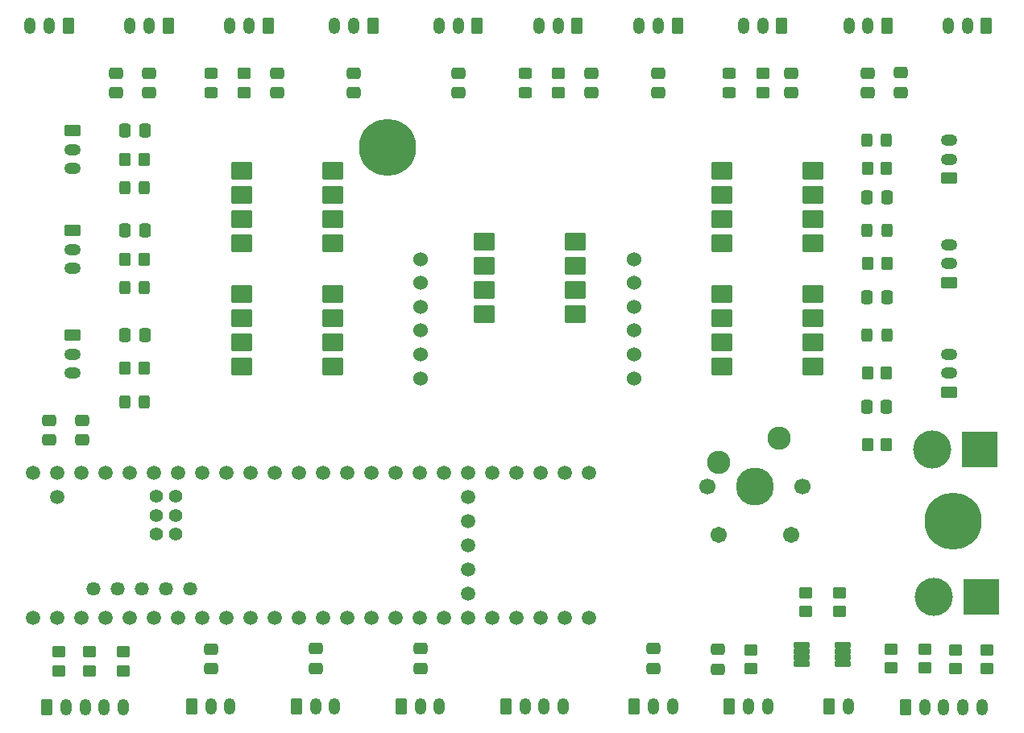
<source format=gts>
%TF.GenerationSoftware,KiCad,Pcbnew,8.0.2*%
%TF.CreationDate,2024-10-02T19:45:14-04:00*%
%TF.ProjectId,FewawiControlBoard,46657761-7769-4436-9f6e-74726f6c426f,rev?*%
%TF.SameCoordinates,Original*%
%TF.FileFunction,Soldermask,Top*%
%TF.FilePolarity,Negative*%
%FSLAX46Y46*%
G04 Gerber Fmt 4.6, Leading zero omitted, Abs format (unit mm)*
G04 Created by KiCad (PCBNEW 8.0.2) date 2024-10-02 19:45:14*
%MOMM*%
%LPD*%
G01*
G04 APERTURE LIST*
G04 Aperture macros list*
%AMRoundRect*
0 Rectangle with rounded corners*
0 $1 Rounding radius*
0 $2 $3 $4 $5 $6 $7 $8 $9 X,Y pos of 4 corners*
0 Add a 4 corners polygon primitive as box body*
4,1,4,$2,$3,$4,$5,$6,$7,$8,$9,$2,$3,0*
0 Add four circle primitives for the rounded corners*
1,1,$1+$1,$2,$3*
1,1,$1+$1,$4,$5*
1,1,$1+$1,$6,$7*
1,1,$1+$1,$8,$9*
0 Add four rect primitives between the rounded corners*
20,1,$1+$1,$2,$3,$4,$5,0*
20,1,$1+$1,$4,$5,$6,$7,0*
20,1,$1+$1,$6,$7,$8,$9,0*
20,1,$1+$1,$8,$9,$2,$3,0*%
G04 Aperture macros list end*
%ADD10RoundRect,0.250000X0.475000X-0.337500X0.475000X0.337500X-0.475000X0.337500X-0.475000X-0.337500X0*%
%ADD11RoundRect,0.250000X-0.625000X0.350000X-0.625000X-0.350000X0.625000X-0.350000X0.625000X0.350000X0*%
%ADD12O,1.750000X1.200000*%
%ADD13RoundRect,0.250000X0.450000X-0.325000X0.450000X0.325000X-0.450000X0.325000X-0.450000X-0.325000X0*%
%ADD14RoundRect,0.250000X0.625000X-0.350000X0.625000X0.350000X-0.625000X0.350000X-0.625000X-0.350000X0*%
%ADD15RoundRect,0.250000X-0.350000X-0.625000X0.350000X-0.625000X0.350000X0.625000X-0.350000X0.625000X0*%
%ADD16O,1.200000X1.750000*%
%ADD17RoundRect,0.250000X0.450000X-0.350000X0.450000X0.350000X-0.450000X0.350000X-0.450000X-0.350000X0*%
%ADD18RoundRect,0.085500X0.751500X0.256500X-0.751500X0.256500X-0.751500X-0.256500X0.751500X-0.256500X0*%
%ADD19RoundRect,0.250000X0.350000X0.450000X-0.350000X0.450000X-0.350000X-0.450000X0.350000X-0.450000X0*%
%ADD20RoundRect,0.250000X-0.350000X-0.450000X0.350000X-0.450000X0.350000X0.450000X-0.350000X0.450000X0*%
%ADD21RoundRect,0.250000X-0.475000X0.337500X-0.475000X-0.337500X0.475000X-0.337500X0.475000X0.337500X0*%
%ADD22RoundRect,0.250000X-0.337500X-0.475000X0.337500X-0.475000X0.337500X0.475000X-0.337500X0.475000X0*%
%ADD23RoundRect,0.250000X-0.325000X-0.450000X0.325000X-0.450000X0.325000X0.450000X-0.325000X0.450000X0*%
%ADD24RoundRect,0.250000X0.337500X0.475000X-0.337500X0.475000X-0.337500X-0.475000X0.337500X-0.475000X0*%
%ADD25RoundRect,0.250000X-0.450000X0.350000X-0.450000X-0.350000X0.450000X-0.350000X0.450000X0.350000X0*%
%ADD26RoundRect,0.102000X-1.000000X0.800000X-1.000000X-0.800000X1.000000X-0.800000X1.000000X0.800000X0*%
%ADD27RoundRect,0.102000X1.000000X-0.800000X1.000000X0.800000X-1.000000X0.800000X-1.000000X-0.800000X0*%
%ADD28RoundRect,0.250000X0.350000X0.625000X-0.350000X0.625000X-0.350000X-0.625000X0.350000X-0.625000X0*%
%ADD29C,1.512000*%
%ADD30C,1.462000*%
%ADD31C,1.412000*%
%ADD32C,6.000000*%
%ADD33R,3.800000X3.800000*%
%ADD34C,4.000000*%
%ADD35RoundRect,0.250000X0.325000X0.450000X-0.325000X0.450000X-0.325000X-0.450000X0.325000X-0.450000X0*%
%ADD36C,1.700000*%
%ADD37C,3.987800*%
%ADD38C,1.712000*%
%ADD39C,2.454000*%
%ADD40C,1.524000*%
G04 APERTURE END LIST*
D10*
%TO.C,C3*%
X125480000Y-66977500D03*
X125480000Y-64902500D03*
%TD*%
D11*
%TO.C,J6*%
X103930000Y-81440000D03*
D12*
X103930000Y-83440000D03*
X103930000Y-85440000D03*
%TD*%
D13*
%TO.C,D9*%
X151480000Y-66965000D03*
X151480000Y-64915000D03*
%TD*%
D14*
%TO.C,J11*%
X196030000Y-86940000D03*
D12*
X196030000Y-84940000D03*
X196030000Y-82940000D03*
%TD*%
D15*
%TO.C,J22*%
X116480000Y-131490000D03*
D16*
X118480000Y-131490000D03*
X120480000Y-131490000D03*
%TD*%
D17*
%TO.C,R1*%
X109250000Y-127750000D03*
X109250000Y-125750000D03*
%TD*%
D18*
%TO.C,U4*%
X184900000Y-126975000D03*
X184900000Y-126325000D03*
X184900000Y-125675000D03*
X184900000Y-125025000D03*
X180600000Y-125025000D03*
X180600000Y-125675000D03*
X180600000Y-126325000D03*
X180600000Y-126975000D03*
%TD*%
D19*
%TO.C,R16*%
X189480000Y-96440000D03*
X187480000Y-96440000D03*
%TD*%
D20*
%TO.C,R12*%
X109480000Y-84440000D03*
X111480000Y-84440000D03*
%TD*%
D21*
%TO.C,C20*%
X187480000Y-64902500D03*
X187480000Y-66977500D03*
%TD*%
D22*
%TO.C,C11*%
X187405000Y-99940000D03*
X189480000Y-99940000D03*
%TD*%
D15*
%TO.C,J16*%
X127480000Y-131490000D03*
D16*
X129480000Y-131490000D03*
X131480000Y-131490000D03*
%TD*%
D23*
%TO.C,D8*%
X187455000Y-81440000D03*
X189505000Y-81440000D03*
%TD*%
D24*
%TO.C,C6*%
X111517500Y-81440000D03*
X109442500Y-81440000D03*
%TD*%
D25*
%TO.C,R18*%
X154980000Y-64940000D03*
X154980000Y-66940000D03*
%TD*%
D15*
%TO.C,J2*%
X191500000Y-131550000D03*
D16*
X193500000Y-131550000D03*
X195500000Y-131550000D03*
X197500000Y-131550000D03*
X199500000Y-131550000D03*
%TD*%
D26*
%TO.C,Q3*%
X121710000Y-88130000D03*
X121710000Y-90670000D03*
X121710000Y-93210000D03*
X121710000Y-95750000D03*
D27*
X131250000Y-95750000D03*
X131250000Y-93210000D03*
X131250000Y-90670000D03*
X131250000Y-88130000D03*
%TD*%
D28*
%TO.C,J20*%
X113980000Y-59890000D03*
D16*
X111980000Y-59890000D03*
X109980000Y-59890000D03*
%TD*%
D28*
%TO.C,J8*%
X156980000Y-59890000D03*
D16*
X154980000Y-59890000D03*
X152980000Y-59890000D03*
%TD*%
D29*
%TO.C,U1*%
X102310000Y-122180000D03*
X104850000Y-122180000D03*
X107390000Y-122180000D03*
X109930000Y-122180000D03*
X135330000Y-122180000D03*
X104850000Y-106940000D03*
X145490000Y-117100000D03*
X112470000Y-122180000D03*
X115010000Y-122180000D03*
D30*
X106120000Y-119130000D03*
D29*
X117550000Y-122180000D03*
X120090000Y-122180000D03*
X122630000Y-122180000D03*
X125170000Y-122180000D03*
X127710000Y-122180000D03*
X130250000Y-122180000D03*
X132790000Y-122180000D03*
X132790000Y-106940000D03*
X130250000Y-106940000D03*
X127710000Y-106940000D03*
X125170000Y-106940000D03*
X122630000Y-106940000D03*
X120090000Y-106940000D03*
X117550000Y-106940000D03*
X115010000Y-106940000D03*
X112470000Y-106940000D03*
X109930000Y-106940000D03*
X107390000Y-106940000D03*
X137870000Y-122180000D03*
X140410000Y-122180000D03*
X142950000Y-122180000D03*
X145490000Y-122180000D03*
X148030000Y-122180000D03*
X150570000Y-122180000D03*
X153110000Y-122180000D03*
X155650000Y-122180000D03*
X158190000Y-122180000D03*
X158190000Y-106940000D03*
X155650000Y-106940000D03*
X153110000Y-106940000D03*
X150570000Y-106940000D03*
X148030000Y-106940000D03*
X145490000Y-106940000D03*
X142950000Y-106940000D03*
X140410000Y-106940000D03*
X137870000Y-106940000D03*
D30*
X111200000Y-119130000D03*
X108660000Y-119130000D03*
D29*
X99770000Y-122180000D03*
X135330000Y-106940000D03*
X102310000Y-106940000D03*
X145490000Y-114560000D03*
D31*
X114740000Y-111390000D03*
X112740000Y-111390000D03*
D29*
X145490000Y-109480000D03*
X145490000Y-112020000D03*
D31*
X112740000Y-109390000D03*
X114740000Y-109390000D03*
X114740000Y-113390000D03*
X112740000Y-113390000D03*
D30*
X113740000Y-119130000D03*
X116280000Y-119130000D03*
D29*
X145490000Y-119640000D03*
X99770000Y-106940000D03*
X102310000Y-109480000D03*
%TD*%
D27*
%TO.C,Q4*%
X181750000Y-82750000D03*
X181750000Y-80210000D03*
X181750000Y-77670000D03*
X181750000Y-75130000D03*
D26*
X172210000Y-75130000D03*
X172210000Y-77670000D03*
X172210000Y-80210000D03*
X172210000Y-82750000D03*
%TD*%
D32*
%TO.C,REF\u002A\u002A*%
X196500000Y-112000000D03*
%TD*%
D20*
%TO.C,R13*%
X109480000Y-95940000D03*
X111480000Y-95940000D03*
%TD*%
D21*
%TO.C,C17*%
X133480000Y-64902500D03*
X133480000Y-66977500D03*
%TD*%
D17*
%TO.C,R4*%
X105750000Y-127750000D03*
X105750000Y-125750000D03*
%TD*%
D27*
%TO.C,Q5*%
X181750000Y-95750000D03*
X181750000Y-93210000D03*
X181750000Y-90670000D03*
X181750000Y-88130000D03*
D26*
X172210000Y-88130000D03*
X172210000Y-90670000D03*
X172210000Y-93210000D03*
X172210000Y-95750000D03*
%TD*%
D28*
%TO.C,J14*%
X103480000Y-59890000D03*
D16*
X101480000Y-59890000D03*
X99480000Y-59890000D03*
%TD*%
D33*
%TO.C,J26*%
X199250000Y-104500000D03*
D34*
X194250000Y-104500000D03*
%TD*%
D35*
%TO.C,D3*%
X111505000Y-87440000D03*
X109455000Y-87440000D03*
%TD*%
D10*
%TO.C,C22*%
X171750000Y-127537500D03*
X171750000Y-125462500D03*
%TD*%
D36*
%TO.C,U2*%
X170670000Y-108360000D03*
D37*
X175670000Y-108360000D03*
D36*
X180670000Y-108360000D03*
D38*
X171860000Y-113440000D03*
X179480000Y-113440000D03*
D39*
X178180000Y-103280000D03*
X171860000Y-105820000D03*
%TD*%
D21*
%TO.C,C23*%
X165480000Y-64902500D03*
X165480000Y-66977500D03*
%TD*%
D10*
%TO.C,C2*%
X104980000Y-103477500D03*
X104980000Y-101402500D03*
%TD*%
D28*
%TO.C,J24*%
X167480000Y-59890000D03*
D16*
X165480000Y-59890000D03*
X163480000Y-59890000D03*
%TD*%
D21*
%TO.C,C19*%
X111980000Y-64902500D03*
X111980000Y-66977500D03*
%TD*%
D13*
%TO.C,D1*%
X118480000Y-66965000D03*
X118480000Y-64915000D03*
%TD*%
D25*
%TO.C,R10*%
X121980000Y-64940000D03*
X121980000Y-66940000D03*
%TD*%
D27*
%TO.C,Q6*%
X156750000Y-90250000D03*
X156750000Y-87710000D03*
X156750000Y-85170000D03*
X156750000Y-82630000D03*
D26*
X147210000Y-82630000D03*
X147210000Y-85170000D03*
X147210000Y-87710000D03*
X147210000Y-90250000D03*
%TD*%
D10*
%TO.C,C16*%
X164980000Y-127477500D03*
X164980000Y-125402500D03*
%TD*%
D17*
%TO.C,R5*%
X196750000Y-127500000D03*
X196750000Y-125500000D03*
%TD*%
D33*
%TO.C,J27*%
X199480000Y-119940000D03*
D34*
X194480000Y-119940000D03*
%TD*%
D14*
%TO.C,J10*%
X196030000Y-75940000D03*
D12*
X196030000Y-73940000D03*
X196030000Y-71940000D03*
%TD*%
D20*
%TO.C,R11*%
X109480000Y-73940000D03*
X111480000Y-73940000D03*
%TD*%
D13*
%TO.C,D5*%
X172980000Y-66990000D03*
X172980000Y-64940000D03*
%TD*%
D19*
%TO.C,R15*%
X189480000Y-74940000D03*
X187480000Y-74940000D03*
%TD*%
D15*
%TO.C,J25*%
X183480000Y-131490000D03*
D16*
X185480000Y-131490000D03*
%TD*%
D10*
%TO.C,C8*%
X158480000Y-66977500D03*
X158480000Y-64902500D03*
%TD*%
D17*
%TO.C,R9*%
X181000000Y-121500000D03*
X181000000Y-119500000D03*
%TD*%
D10*
%TO.C,C15*%
X129480000Y-127477500D03*
X129480000Y-125402500D03*
%TD*%
D28*
%TO.C,J15*%
X199980000Y-59890000D03*
D16*
X197980000Y-59890000D03*
X195980000Y-59890000D03*
%TD*%
D10*
%TO.C,C4*%
X140480000Y-127477500D03*
X140480000Y-125402500D03*
%TD*%
D28*
%TO.C,J18*%
X135480000Y-59890000D03*
D16*
X133480000Y-59890000D03*
X131480000Y-59890000D03*
%TD*%
D19*
%TO.C,R17*%
X189500000Y-84940000D03*
X187500000Y-84940000D03*
%TD*%
D26*
%TO.C,Q2*%
X121710000Y-75130000D03*
X121710000Y-77670000D03*
X121710000Y-80210000D03*
X121710000Y-82750000D03*
D27*
X131250000Y-82750000D03*
X131250000Y-80210000D03*
X131250000Y-77670000D03*
X131250000Y-75130000D03*
%TD*%
D17*
%TO.C,R19*%
X189980000Y-127440000D03*
X189980000Y-125440000D03*
%TD*%
D40*
%TO.C,U3*%
X140480000Y-84440000D03*
X140480000Y-86940000D03*
X140480000Y-89440000D03*
X140480000Y-91940000D03*
X140480000Y-94496000D03*
X140480000Y-97036000D03*
X162980000Y-84440000D03*
X162980000Y-86940000D03*
X162980000Y-89440000D03*
X162980000Y-91956000D03*
X162980000Y-94496000D03*
X162980000Y-97036000D03*
%TD*%
D22*
%TO.C,C9*%
X187442500Y-77940000D03*
X189517500Y-77940000D03*
%TD*%
D23*
%TO.C,D6*%
X187430000Y-71940000D03*
X189480000Y-71940000D03*
%TD*%
%TO.C,D7*%
X187455000Y-92440000D03*
X189505000Y-92440000D03*
%TD*%
D21*
%TO.C,C1*%
X101480000Y-101402500D03*
X101480000Y-103477500D03*
%TD*%
D28*
%TO.C,J3*%
X124480000Y-59890000D03*
D16*
X122480000Y-59890000D03*
X120480000Y-59890000D03*
%TD*%
D15*
%TO.C,J4*%
X138480000Y-131490000D03*
D16*
X140480000Y-131490000D03*
X142480000Y-131490000D03*
%TD*%
D10*
%TO.C,C21*%
X118480000Y-127515000D03*
X118480000Y-125440000D03*
%TD*%
D15*
%TO.C,J23*%
X172980000Y-131490000D03*
D16*
X174980000Y-131490000D03*
X176980000Y-131490000D03*
%TD*%
D17*
%TO.C,R7*%
X193500000Y-127440000D03*
X193500000Y-125440000D03*
%TD*%
D15*
%TO.C,J9*%
X149480000Y-131490000D03*
D16*
X151480000Y-131490000D03*
X153480000Y-131490000D03*
X155480000Y-131490000D03*
%TD*%
D17*
%TO.C,R20*%
X175250000Y-127500000D03*
X175250000Y-125500000D03*
%TD*%
D15*
%TO.C,J17*%
X162980000Y-131490000D03*
D16*
X164980000Y-131490000D03*
X166980000Y-131490000D03*
%TD*%
D28*
%TO.C,J19*%
X146480000Y-59890000D03*
D16*
X144480000Y-59890000D03*
X142480000Y-59890000D03*
%TD*%
D22*
%TO.C,C10*%
X187442500Y-88440000D03*
X189517500Y-88440000D03*
%TD*%
D28*
%TO.C,J13*%
X178480000Y-59940000D03*
D16*
X176480000Y-59940000D03*
X174480000Y-59940000D03*
%TD*%
D21*
%TO.C,C18*%
X144480000Y-64902500D03*
X144480000Y-66977500D03*
%TD*%
D20*
%TO.C,R3*%
X187480000Y-103940000D03*
X189480000Y-103940000D03*
%TD*%
D35*
%TO.C,D2*%
X111505000Y-76940000D03*
X109455000Y-76940000D03*
%TD*%
D14*
%TO.C,J12*%
X196030000Y-98440000D03*
D12*
X196030000Y-96440000D03*
X196030000Y-94440000D03*
%TD*%
D24*
%TO.C,C7*%
X111517500Y-92440000D03*
X109442500Y-92440000D03*
%TD*%
D11*
%TO.C,J7*%
X103930000Y-92440000D03*
D12*
X103930000Y-94440000D03*
X103930000Y-96440000D03*
%TD*%
D15*
%TO.C,J1*%
X101250000Y-131550000D03*
D16*
X103250000Y-131550000D03*
X105250000Y-131550000D03*
X107250000Y-131550000D03*
X109250000Y-131550000D03*
%TD*%
D10*
%TO.C,C12*%
X179480000Y-66977500D03*
X179480000Y-64902500D03*
%TD*%
D35*
%TO.C,D4*%
X111505000Y-99440000D03*
X109455000Y-99440000D03*
%TD*%
D24*
%TO.C,C5*%
X111517500Y-70940000D03*
X109442500Y-70940000D03*
%TD*%
D21*
%TO.C,C13*%
X108480000Y-64902500D03*
X108480000Y-66977500D03*
%TD*%
D25*
%TO.C,R14*%
X176480000Y-64940000D03*
X176480000Y-66940000D03*
%TD*%
D32*
%TO.C,REF\u002A\u002A*%
X137000000Y-72750000D03*
%TD*%
D17*
%TO.C,R2*%
X200000000Y-127500000D03*
X200000000Y-125500000D03*
%TD*%
%TO.C,R6*%
X102500000Y-127750000D03*
X102500000Y-125750000D03*
%TD*%
D11*
%TO.C,J5*%
X103930000Y-70940000D03*
D12*
X103930000Y-72940000D03*
X103930000Y-74940000D03*
%TD*%
D28*
%TO.C,J21*%
X189530000Y-59890000D03*
D16*
X187530000Y-59890000D03*
X185530000Y-59890000D03*
%TD*%
D25*
%TO.C,R8*%
X184500000Y-119500000D03*
X184500000Y-121500000D03*
%TD*%
D21*
%TO.C,C14*%
X190980000Y-64865000D03*
X190980000Y-66940000D03*
%TD*%
M02*

</source>
